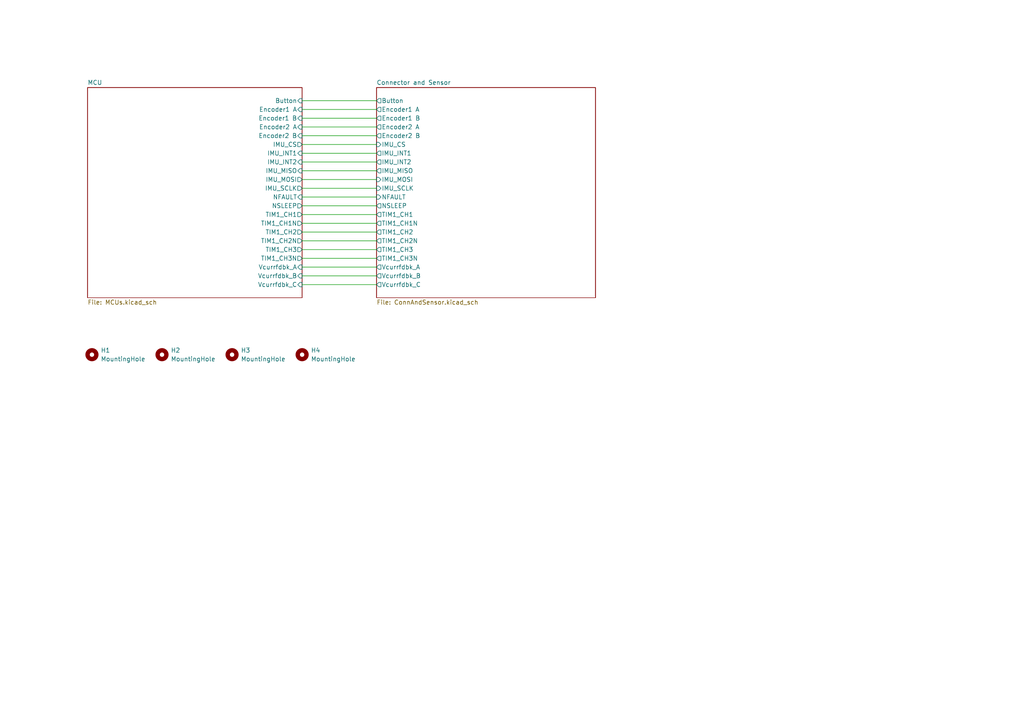
<source format=kicad_sch>
(kicad_sch (version 20250114) (generator "eeschema") (generator_version "9.0")
  (paper "A4")
  (lib_symbols
    (symbol "Mechanical:MountingHole" (pin_names (offset 1.016)) (exclude_from_sim yes) (in_bom no)
      (property "Reference" "H" (at 0 5.08 0))
      (property "Value" "MountingHole" (at 0 3.175 0))
      (symbol "MountingHole_0_1"
        (circle (center 0 0) (radius 1.27) (stroke (width 1.27)))
      )
    )
  )
  (wire (pts (xy 87.63 64.77) (xy 109.22 64.77)))
  (wire (pts (xy 87.63 34.29) (xy 109.22 34.29)))
  (wire (pts (xy 87.63 69.85) (xy 109.22 69.85)))
  (wire (pts (xy 87.63 36.83) (xy 109.22 36.83)))
  (wire (pts (xy 87.63 77.47) (xy 109.22 77.47)))
  (wire (pts (xy 87.63 59.69) (xy 109.22 59.69)))
  (wire (pts (xy 87.63 80.01) (xy 109.22 80.01)))
  (wire (pts (xy 87.63 82.55) (xy 109.22 82.55)))
  (wire (pts (xy 87.63 54.61) (xy 109.22 54.61)))
  (wire (pts (xy 87.63 49.53) (xy 109.22 49.53)))
  (wire (pts (xy 87.63 52.07) (xy 109.22 52.07)))
  (wire (pts (xy 87.63 74.93) (xy 109.22 74.93)))
  (wire (pts (xy 87.63 46.99) (xy 109.22 46.99)))
  (wire (pts (xy 87.63 72.39) (xy 109.22 72.39)))
  (wire (pts (xy 87.63 44.45) (xy 109.22 44.45)))
  (wire (pts (xy 87.63 67.31) (xy 109.22 67.31)))
  (wire (pts (xy 87.63 62.23) (xy 109.22 62.23)))
  (wire (pts (xy 87.63 39.37) (xy 109.22 39.37)))
  (wire (pts (xy 87.63 57.15) (xy 109.22 57.15)))
  (wire (pts (xy 87.63 41.91) (xy 109.22 41.91)))
  (wire (pts (xy 87.63 31.75) (xy 109.22 31.75)))
  (wire (pts (xy 87.63 29.21) (xy 109.22 29.21)))
  (symbol (lib_id "Mechanical:MountingHole") (at 87.63 102.87 0) (unit 1) (exclude_from_sim yes) (in_bom no)
    (property "Reference" "H4" (at 90.17 101.5999 0) (effects (justify left)))
    (property "Value" "MountingHole" (at 90.17 104.1399 0) (effects (justify left)))
    (property "Footprint" "MountingHole:MountingHole_2.5mm" (effects (hide yes)))
    (property "Description" "Mounting Hole without connection" (effects (hide yes)))
  )
  (symbol (lib_id "Mechanical:MountingHole") (at 46.99 102.87 0) (unit 1) (exclude_from_sim yes) (in_bom no)
    (property "Reference" "H2" (at 49.53 101.5999 0) (effects (justify left)))
    (property "Value" "MountingHole" (at 49.53 104.1399 0) (effects (justify left)))
    (property "Footprint" "MountingHole:MountingHole_2.5mm" (effects (hide yes)))
    (property "Description" "Mounting Hole without connection" (effects (hide yes)))
  )
  (symbol (lib_id "Mechanical:MountingHole") (at 26.67 102.87 0) (unit 1) (exclude_from_sim yes) (in_bom no)
    (property "Reference" "H1" (at 29.21 101.5999 0) (effects (justify left)))
    (property "Value" "MountingHole" (at 29.21 104.1399 0) (effects (justify left)))
    (property "Footprint" "MountingHole:MountingHole_2.5mm" (effects (hide yes)))
    (property "Description" "Mounting Hole without connection" (effects (hide yes)))
  )
  (symbol (lib_id "Mechanical:MountingHole") (at 67.31 102.87 0) (unit 1) (exclude_from_sim yes) (in_bom no)
    (property "Reference" "H3" (at 69.85 101.5999 0) (effects (justify left)))
    (property "Value" "MountingHole" (at 69.85 104.1399 0) (effects (justify left)))
    (property "Footprint" "MountingHole:MountingHole_2.5mm" (effects (hide yes)))
    (property "Description" "Mounting Hole without connection" (effects (hide yes)))
  )
  (sheet (at 109.22 25.4) (size 63.5 60.96) (stroke (width 0.1524))
    (property "Sheetname" "Connector and Sensor" (at 109.22 24.6884 0) (effects (justify left bottom)))
    (property "Sheetfile" "ConnAndSensor.kicad_sch" (at 109.22 86.9446 0) (effects (justify left top)))
    (pin "Button" output (at 109.22 29.21 180))
    (pin "Encoder1 A" output (at 109.22 31.75 180))
    (pin "Encoder1 B" output (at 109.22 34.29 180))
    (pin "Encoder2 A" output (at 109.22 36.83 180))
    (pin "Encoder2 B" output (at 109.22 39.37 180))
    (pin "IMU_CS" input (at 109.22 41.91 180))
    (pin "IMU_INT1" output (at 109.22 44.45 180))
    (pin "IMU_INT2" output (at 109.22 46.99 180))
    (pin "IMU_MISO" output (at 109.22 49.53 180))
    (pin "IMU_MOSI" input (at 109.22 52.07 180))
    (pin "IMU_SCLK" input (at 109.22 54.61 180))
    (pin "NFAULT" input (at 109.22 57.15 180))
    (pin "NSLEEP" output (at 109.22 59.69 180))
    (pin "TIM1_CH1" output (at 109.22 62.23 180))
    (pin "TIM1_CH1N" output (at 109.22 64.77 180))
    (pin "TIM1_CH2" output (at 109.22 67.31 180))
    (pin "TIM1_CH2N" output (at 109.22 69.85 180))
    (pin "TIM1_CH3" output (at 109.22 72.39 180))
    (pin "TIM1_CH3N" output (at 109.22 74.93 180))
    (pin "Vcurrfdbk_A" output (at 109.22 77.47 180))
    (pin "Vcurrfdbk_B" output (at 109.22 80.01 180))
    (pin "Vcurrfdbk_C" output (at 109.22 82.55 180))
  )
  (sheet (at 25.4 25.4) (size 62.23 60.96) (stroke (width 0.1524))
    (property "Sheetname" "MCU" (at 25.4 24.6884 0) (effects (justify left bottom)))
    (property "Sheetfile" "MCUs.kicad_sch" (at 25.4 86.9446 0) (effects (justify left top)))
    (pin "Button" input (at 87.63 29.21 0))
    (pin "Encoder1 A" input (at 87.63 31.75 0))
    (pin "Encoder1 B" input (at 87.63 34.29 0))
    (pin "Encoder2 A" input (at 87.63 36.83 0))
    (pin "Encoder2 B" input (at 87.63 39.37 0))
    (pin "IMU_CS" output (at 87.63 41.91 0))
    (pin "IMU_INT1" input (at 87.63 44.45 0))
    (pin "IMU_INT2" input (at 87.63 46.99 0))
    (pin "IMU_MISO" input (at 87.63 49.53 0))
    (pin "IMU_MOSI" output (at 87.63 52.07 0))
    (pin "IMU_SCLK" output (at 87.63 54.61 0))
    (pin "NFAULT" input (at 87.63 57.15 0))
    (pin "NSLEEP" output (at 87.63 59.69 0))
    (pin "TIM1_CH1" output (at 87.63 62.23 0))
    (pin "TIM1_CH1N" output (at 87.63 64.77 0))
    (pin "TIM1_CH2" output (at 87.63 67.31 0))
    (pin "TIM1_CH2N" output (at 87.63 69.85 0))
    (pin "TIM1_CH3" output (at 87.63 72.39 0))
    (pin "TIM1_CH3N" output (at 87.63 74.93 0))
    (pin "Vcurrfdbk_A" input (at 87.63 77.47 0))
    (pin "Vcurrfdbk_B" input (at 87.63 80.01 0))
    (pin "Vcurrfdbk_C" input (at 87.63 82.55 0))
  )
)
</source>
